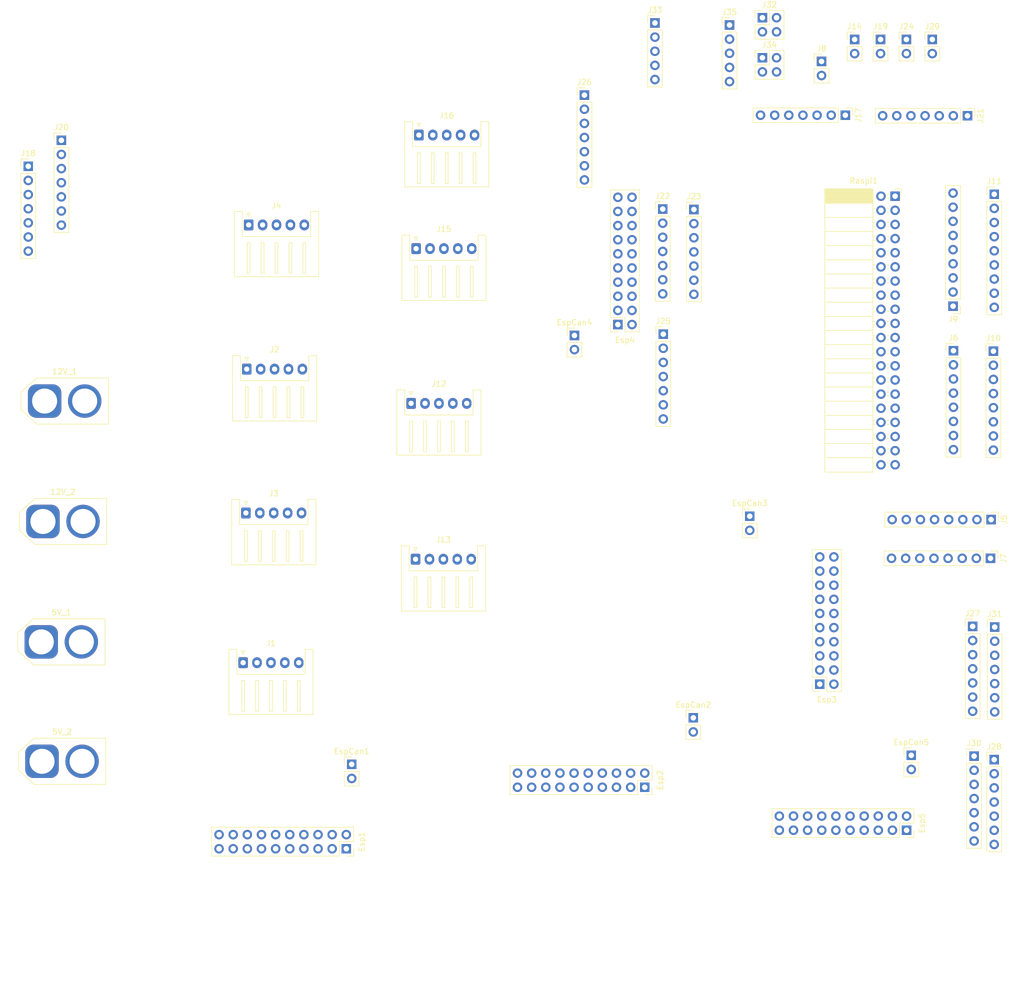
<source format=kicad_pcb>
(kicad_pcb (version 20240108) (generator "pcbnew") (generator_version "8.0")
  (layers (0 "F.Cu" signal) (31 "B.Cu" signal) (34 "B.Paste" user) (35 "F.Paste" user) (36 "B.SilkS" user "B.Silkscreen") (37 "F.SilkS" user "F.Silkscreen") (38 "B.Mask" user) (39 "F.Mask" user) (44 "Edge.Cuts" user))
  (net 0 "")
  (net 1 "rx")
  (net 2 "Net-(Esp1-Pin_13)")
  (net 3 "Net-(Esp1-Pin_1)")
  (net 4 "Net-(Esp1-Pin_5)")
  (net 5 "Net-(Esp1-Pin_4)")
  (net 6 "Net-(Esp1-Pin_16)")
  (net 7 "Net-(Esp1-Pin_18)")
  (net 8 "Net-(Esp1-Pin_9)")
  (net 9 "Net-(Esp1-Pin_8)")
  (net 10 "Net-(Esp1-Pin_14)")
  (net 12 "Net-(Esp1-Pin_6)")
  (net 14 "tx")
  (net 15 "Net-(Esp1-Pin_12)")
  (net 16 "Net-(Esp1-Pin_11)")
  (net 17 "Net-(Esp1-Pin_3)")
  (net 18 "Net-(Esp1-Pin_2)")
  (net 19 "Net-(Esp1-Pin_10)")
  (net 20 "Net-(Esp1-Pin_7)")
  (net 21 "Net-(Esp2-Pin_1)")
  (net 23 "Net-(Esp2-Pin_4)")
  (net 24 "Net-(Esp2-Pin_18)")
  (net 25 "Net-(Esp2-Pin_7)")
  (net 26 "Net-(Esp2-Pin_6)")
  (net 27 "Net-(Esp2-Pin_12)")
  (net 28 "Net-(Esp2-Pin_13)")
  (net 29 "Net-(Esp2-Pin_5)")
  (net 30 "Net-(Esp2-Pin_3)")
  (net 31 "Net-(Esp2-Pin_14)")
  (net 32 "Net-(Esp2-Pin_8)")
  (net 33 "Net-(Esp2-Pin_11)")
  (net 34 "Net-(Esp2-Pin_9)")
  (net 35 "Net-(Esp2-Pin_16)")
  (net 36 "Net-(Esp2-Pin_2)")
  (net 37 "Net-(Esp2-Pin_10)")
  (net 39 "Net-(Esp3-Pin_5)")
  (net 40 "Net-(Esp3-Pin_8)")
  (net 41 "Net-(Esp3-Pin_10)")
  (net 42 "Net-(Esp3-Pin_4)")
  (net 44 "Net-(Esp3-Pin_13)")
  (net 45 "Net-(Esp3-Pin_3)")
  (net 46 "Net-(Esp3-Pin_14)")
  (net 47 "Net-(Esp3-Pin_16)")
  (net 48 "Net-(Esp3-Pin_18)")
  (net 49 "Net-(Esp3-Pin_1)")
  (net 51 "Net-(Esp3-Pin_12)")
  (net 52 "Net-(Esp3-Pin_9)")
  (net 53 "Net-(Esp3-Pin_7)")
  (net 54 "Net-(Esp3-Pin_6)")
  (net 55 "Net-(Esp3-Pin_11)")
  (net 56 "Net-(Esp3-Pin_2)")
  (net 57 "Net-(Esp4-Pin_6)")
  (net 58 "Net-(Esp4-Pin_4)")
  (net 59 "Net-(Esp4-Pin_1)")
  (net 60 "Net-(Esp4-Pin_16)")
  (net 61 "Net-(Esp4-Pin_13)")
  (net 64 "Net-(Esp4-Pin_12)")
  (net 65 "Net-(Esp4-Pin_18)")
  (net 66 "Net-(Esp4-Pin_7)")
  (net 67 "Net-(Esp4-Pin_14)")
  (net 68 "Net-(Esp4-Pin_9)")
  (net 69 "Net-(Esp4-Pin_2)")
  (net 70 "Net-(Esp4-Pin_3)")
  (net 71 "Net-(Esp4-Pin_11)")
  (net 72 "Net-(Esp4-Pin_10)")
  (net 73 "Net-(Esp4-Pin_5)")
  (net 74 "Net-(Esp4-Pin_8)")
  (net 75 "Net-(Esp5-Pin_18)")
  (net 76 "Net-(Esp5-Pin_14)")
  (net 77 "Net-(Esp5-Pin_3)")
  (net 78 "Net-(Esp5-Pin_6)")
  (net 79 "Net-(Esp5-Pin_4)")
  (net 81 "Net-(Esp5-Pin_11)")
  (net 82 "Net-(Esp5-Pin_8)")
  (net 83 "Net-(Esp5-Pin_9)")
  (net 84 "Net-(Esp5-Pin_2)")
  (net 86 "Net-(Esp5-Pin_12)")
  (net 87 "Net-(Esp5-Pin_5)")
  (net 88 "Net-(Esp5-Pin_16)")
  (net 89 "Net-(Esp5-Pin_13)")
  (net 90 "Net-(Esp5-Pin_10)")
  (net 91 "Net-(Esp5-Pin_7)")
  (net 92 "Net-(Esp5-Pin_1)")
  (net 93 "Net-(EspCan1-Pin_2)")
  (net 94 "Net-(EspCan1-Pin_1)")
  (net 99 "GPIO_1")
  (net 100 "GPIO_2")
  (net 101 "GPIO_0")
  (net 103 "GND")
  (net 104 "GPIO_24")
  (net 105 "GPIO_3")
  (net 107 "GPIO_11")
  (net 110 "GPIO_7")
  (net 111 "GPIO_8")
  (net 112 "GPIO_9")
  (net 113 "GPIO_10")
  (net 114 "GPIO_12")
  (net 116 "GPIO_26")
  (net 117 "GPIO_15")
  (net 118 "GPIO_13")
  (net 119 "GPIO_14")
  (net 121 "GPIO_22")
  (net 122 "GPIO_25")
  (net 124 "GPIO_27")
  (net 126 "GPIO_23")
  (net 128 "GPIO_5")
  (net 130 "GPIO_4")
  (net 131 "GPIO_6")
  (net 134 "GPIO_16")
  (net 135 "GPIO_20")
  (net 136 "GPIO_18")
  (net 137 "GPIO_17")
  (net 138 "GPIO_21")
  (net 140 "GPIO_19")
  (net 181 "Net-(J32-Pin_4)")
  (net 182 "Net-(J32-Pin_2)")
  (net 185 "Net-(J34-Pin_2)")
  (net 186 "Net-(J34-Pin_4)")
  (net 189 "VCC")
  (footprint "Connector_PinHeader_2.54mm:PinHeader_1x02_P2.54mm_Vertical" (layer "F.Cu") (at 227.5 145.21)
    (property "Reference" "EspCan5" (at 0 -2.33 0) (layer "F.SilkS"))
    (property "Value" "Conn_01x02_Pin")
    (pad "1" thru_hole rect (at 0 0) (size 1.7 1.7) (drill 1) (layers "*.Cu" "*.Mask") (net 94 "Net-(EspCan1-Pin_1)"))
    (pad "2" thru_hole oval (at 0 2.54) (size 1.7 1.7) (drill 1) (layers "*.Cu" "*.Mask") (net 93 "Net-(EspCan1-Pin_2)"))
  )
  (footprint "Connector_JST:JST_XH_S5B-XH-A_1x05_P2.50mm_Horizontal" (layer "F.Cu") (at 107.96 101.67)
    (property "Reference" "J3" (at 5 -3.5 0) (layer "F.SilkS"))
    (property "Value" "esp1_jst3")
    (pad "1" thru_hole roundrect (at 0 0) (size 1.7 1.95) (drill 0.95) (layers "*.Cu" "*.Mask") (roundrect_rratio 0.147059))
    (pad "2" thru_hole oval (at 2.5 0) (size 1.7 1.95) (drill 0.95) (layers "*.Cu" "*.Mask") (net 20 "Net-(Esp1-Pin_7)"))
    (pad "3" thru_hole oval (at 5 0) (size 1.7 1.95) (drill 0.95) (layers "*.Cu" "*.Mask") (net 8 "Net-(Esp1-Pin_9)"))
    (pad "4" thru_hole oval (at 7.5 0) (size 1.7 1.95) (drill 0.95) (layers "*.Cu" "*.Mask") (net 16 "Net-(Esp1-Pin_11)"))
    (pad "5" thru_hole oval (at 10 0) (size 1.7 1.95) (drill 0.95) (layers "*.Cu" "*.Mask") (net 2 "Net-(Esp1-Pin_13)"))
  )
  (footprint "Connector_PinHeader_2.54mm:PinHeader_1x07_P2.54mm_Vertical" (layer "F.Cu") (at 68.86 39.39)
    (property "Reference" "J18" (at 0 -2.33 0) (layer "F.SilkS"))
    (property "Value" "esp3_pinout4")
    (pad "1" thru_hole rect (at 0 0) (size 1.7 1.7) (drill 1) (layers "*.Cu" "*.Mask"))
    (pad "2" thru_hole oval (at 0 2.54) (size 1.7 1.7) (drill 1) (layers "*.Cu" "*.Mask"))
    (pad "3" thru_hole oval (at 0 5.08) (size 1.7 1.7) (drill 1) (layers "*.Cu" "*.Mask") (net 51 "Net-(Esp3-Pin_12)"))
    (pad "4" thru_hole oval (at 0 7.62) (size 1.7 1.7) (drill 1) (layers "*.Cu" "*.Mask") (net 46 "Net-(Esp3-Pin_14)"))
    (pad "5" thru_hole oval (at 0 10.16) (size 1.7 1.7) (drill 1) (layers "*.Cu" "*.Mask") (net 47 "Net-(Esp3-Pin_16)"))
    (pad "6" thru_hole oval (at 0 12.7) (size 1.7 1.7) (drill 1) (layers "*.Cu" "*.Mask") (net 48 "Net-(Esp3-Pin_18)"))
    (pad "7" thru_hole oval (at 0 15.24) (size 1.7 1.7) (drill 1) (layers "*.Cu" "*.Mask"))
  )
  (footprint "Connector_PinHeader_2.54mm:PinHeader_1x05_P2.54mm_Vertical" (layer "F.Cu") (at 194.85 14.005)
    (property "Reference" "J35" (at 0 -2.33 0) (layer "F.SilkS"))
    (property "Value" "I2C_Out2")
    (pad "1" thru_hole rect (at 0 0) (size 1.7 1.7) (drill 1) (layers "*.Cu" "*.Mask"))
    (pad "2" thru_hole oval (at 0 2.54) (size 1.7 1.7) (drill 1) (layers "*.Cu" "*.Mask") (net 103 "GND"))
    (pad "3" thru_hole oval (at 0 5.08) (size 1.7 1.7) (drill 1) (layers "*.Cu" "*.Mask") (net 185 "Net-(J34-Pin_2)"))
    (pad "4" thru_hole oval (at 0 7.62) (size 1.7 1.7) (drill 1) (layers "*.Cu" "*.Mask") (net 186 "Net-(J34-Pin_4)"))
    (pad "5" thru_hole oval (at 0 10.16) (size 1.7 1.7) (drill 1) (layers "*.Cu" "*.Mask"))
  )
  (footprint "Connector_PinHeader_2.54mm:PinHeader_1x07_P2.54mm_Vertical" (layer "F.Cu") (at 74.81 34.72)
    (property "Reference" "J20" (at 0 -2.33 0) (layer "F.SilkS"))
    (property "Value" "esp3_pinout3")
    (pad "1" thru_hole rect (at 0 0) (size 1.7 1.7) (drill 1) (layers "*.Cu" "*.Mask"))
    (pad "2" thru_hole oval (at 0 2.54) (size 1.7 1.7) (drill 1) (layers "*.Cu" "*.Mask"))
    (pad "3" thru_hole oval (at 0 5.08) (size 1.7 1.7) (drill 1) (layers "*.Cu" "*.Mask") (net 53 "Net-(Esp3-Pin_7)"))
    (pad "4" thru_hole oval (at 0 7.62) (size 1.7 1.7) (drill 1) (layers "*.Cu" "*.Mask") (net 52 "Net-(Esp3-Pin_9)"))
    (pad "5" thru_hole oval (at 0 10.16) (size 1.7 1.7) (drill 1) (layers "*.Cu" "*.Mask") (net 55 "Net-(Esp3-Pin_11)"))
    (pad "6" thru_hole oval (at 0 12.7) (size 1.7 1.7) (drill 1) (layers "*.Cu" "*.Mask") (net 44 "Net-(Esp3-Pin_13)"))
    (pad "7" thru_hole oval (at 0 15.24) (size 1.7 1.7) (drill 1) (layers "*.Cu" "*.Mask"))
  )
  (footprint "Connector_JST:JST_XH_S5B-XH-A_1x05_P2.50mm_Horizontal" (layer "F.Cu") (at 139.04 33.78)
    (property "Reference" "J16" (at 5 -3.5 0) (layer "F.SilkS"))
    (property "Value" "esp2_jst4")
    (pad "1" thru_hole roundrect (at 0 0) (size 1.7 1.95) (drill 0.95) (layers "*.Cu" "*.Mask") (roundrect_rratio 0.147059))
    (pad "2" thru_hole oval (at 2.5 0) (size 1.7 1.95) (drill 0.95) (layers "*.Cu" "*.Mask") (net 27 "Net-(Esp2-Pin_12)"))
    (pad "3" thru_hole oval (at 5 0) (size 1.7 1.95) (drill 0.95) (layers "*.Cu" "*.Mask") (net 31 "Net-(Esp2-Pin_14)"))
    (pad "4" thru_hole oval (at 7.5 0) (size 1.7 1.95) (drill 0.95) (layers "*.Cu" "*.Mask") (net 35 "Net-(Esp2-Pin_16)"))
    (pad "5" thru_hole oval (at 10 0) (size 1.7 1.95) (drill 0.95) (layers "*.Cu" "*.Mask") (net 24 "Net-(Esp2-Pin_18)"))
  )
  (footprint "Connector_PinHeader_2.54mm:PinHeader_1x08_P2.54mm_Vertical" (layer "F.Cu") (at 241.845 102.86 -90)
    (property "Reference" "J5" (at 0 -2.33 90) (layer "F.SilkS"))
    (property "Value" "Raspi_pinout1")
    (pad "1" thru_hole rect (at 0 0 270) (size 1.7 1.7) (drill 1) (layers "*.Cu" "*.Mask") (net 104 "GPIO_24"))
    (pad "2" thru_hole oval (at 0 2.54 270) (size 1.7 1.7) (drill 1) (layers "*.Cu" "*.Mask") (net 101 "GPIO_0"))
    (pad "3" thru_hole oval (at 0 5.08 270) (size 1.7 1.7) (drill 1) (layers "*.Cu" "*.Mask") (net 99 "GPIO_1"))
    (pad "4" thru_hole oval (at 0 7.62 270) (size 1.7 1.7) (drill 1) (layers "*.Cu" "*.Mask") (net 100 "GPIO_2"))
    (pad "5" thru_hole oval (at 0 10.16 270) (size 1.7 1.7) (drill 1) (layers "*.Cu" "*.Mask") (net 105 "GPIO_3"))
    (pad "6" thru_hole oval (at 0 12.7 270) (size 1.7 1.7) (drill 1) (layers "*.Cu" "*.Mask") (net 103 "GND"))
    (pad "7" thru_hole oval (at 0 15.24 270) (size 1.7 1.7) (drill 1) (layers "*.Cu" "*.Mask"))
    (pad "8" thru_hole oval (at 0 17.78 270) (size 1.7 1.7) (drill 1) (layers "*.Cu" "*.Mask"))
  )
  (footprint "Connector_JST:JST_XH_S5B-XH-A_1x05_P2.50mm_Horizontal" (layer "F.Cu") (at 137.64 81.98)
    (property "Reference" "J12" (at 5 -3.5 0) (layer "F.SilkS"))
    (property "Value" "esp2_jst2")
    (pad "1" thru_hole roundrect (at 0 0) (size 1.7 1.95) (drill 0.95) (layers "*.Cu" "*.Mask") (roundrect_rratio 0.147059))
    (pad "2" thru_hole oval (at 2.5 0) (size 1.7 1.95) (drill 0.95) (layers "*.Cu" "*.Mask") (net 29 "Net-(Esp2-Pin_5)"))
    (pad "3" thru_hole oval (at 5 0) (size 1.7 1.95) (drill 0.95) (layers "*.Cu" "*.Mask") (net 30 "Net-(Esp2-Pin_3)"))
    (pad "4" thru_hole oval (at 7.5 0) (size 1.7 1.95) (drill 0.95) (layers "*.Cu" "*.Mask") (net 21 "Net-(Esp2-Pin_1)"))
    (pad "5" thru_hole oval (at 10 0) (size 1.7 1.95) (drill 0.95) (layers "*.Cu" "*.Mask") (net 36 "Net-(Esp2-Pin_2)"))
  )
  (footprint "Connector_PinHeader_2.54mm:PinHeader_1x08_P2.54mm_Vertical" (layer "F.Cu") (at 242.26 72.6)
    (property "Reference" "J10" (at 0 -2.33 0) (layer "F.SilkS"))
    (property "Value" "Raspi_pinout4")
    (pad "1" thru_hole rect (at 0 0) (size 1.7 1.7) (drill 1) (layers "*.Cu" "*.Mask") (net 130 "GPIO_4"))
    (pad "2" thru_hole oval (at 0 2.54) (size 1.7 1.7) (drill 1) (layers "*.Cu" "*.Mask") (net 128 "GPIO_5"))
    (pad "3" thru_hole oval (at 0 5.08) (size 1.7 1.7) (drill 1) (layers "*.Cu" "*.Mask") (net 131 "GPIO_6"))
    (pad "4" thru_hole oval (at 0 7.62) (size 1.7 1.7) (drill 1) (layers "*.Cu" "*.Mask") (net 110 "GPIO_7"))
    (pad "5" thru_hole oval (at 0 10.16) (size 1.7 1.7) (drill 1) (layers "*.Cu" "*.Mask") (net 122 "GPIO_25"))
    (pad "6" thru_hole oval (at 0 12.7) (size 1.7 1.7) (drill 1) (layers "*.Cu" "*.Mask"))
    (pad "7" thru_hole oval (at 0 15.24) (size 1.7 1.7) (drill 1) (layers "*.Cu" "*.Mask"))
    (pad "8" thru_hole oval (at 0 17.78) (size 1.7 1.7) (drill 1) (layers "*.Cu" "*.Mask"))
  )
  (footprint "Connector_AMASS:AMASS_XT60-M_1x02_P7.20mm_Vertical" (layer "F.Cu") (at 71.2 124.833333)
    (property "Reference" "5V_1" (at 3.6 -5.3 180) (layer "F.SilkS"))
    (property "Value" "XT60-M")
    (pad "1" thru_hole roundrect (at 0 0) (size 6 6) (drill 4.5) (layers "*.Cu" "*.Mask"))
    (pad "2" thru_hole circle (at 7.2 0) (size 6 6) (drill 4.5) (layers "*.Cu" "*.Mask"))
  )
  (footprint "Connector_PinHeader_2.54mm:PinHeader_1x08_P2.54mm_Vertical" (layer "F.Cu") (at 235.08 72.52)
    (property "Reference" "J6" (at 0 -2.33 0) (layer "F.SilkS"))
    (property "Value" "Raspi_pinout2")
    (pad "1" thru_hole rect (at 0 0) (size 1.7 1.7) (drill 1) (layers "*.Cu" "*.Mask") (net 110 "GPIO_7"))
    (pad "2" thru_hole oval (at 0 2.54) (size 1.7 1.7) (drill 1) (layers "*.Cu" "*.Mask") (net 111 "GPIO_8"))
    (pad "3" thru_hole oval (at 0 5.08) (size 1.7 1.7) (drill 1) (layers "*.Cu" "*.Mask") (net 112 "GPIO_9"))
    (pad "4" thru_hole oval (at 0 7.62) (size 1.7 1.7) (drill 1) (layers "*.Cu" "*.Mask") (net 113 "GPIO_10"))
    (pad "5" thru_hole oval (at 0 10.16) (size 1.7 1.7) (drill 1) (layers "*.Cu" "*.Mask") (net 107 "GPIO_11"))
    (pad "6" thru_hole oval (at 0 12.7) (size 1.7 1.7) (drill 1) (layers "*.Cu" "*.Mask") (net 103 "GND"))
    (pad "7" thru_hole oval (at 0 15.24) (size 1.7 1.7) (drill 1) (layers "*.Cu" "*.Mask"))
    (pad "8" thru_hole oval (at 0 17.78) (size 1.7 1.7) (drill 1) (layers "*.Cu" "*.Mask"))
  )
  (footprint "Connector_JST:JST_XH_S5B-XH-A_1x05_P2.50mm_Horizontal" (layer "F.Cu") (at 107.46 128.57)
    (property "Reference" "J1" (at 5 -3.5 0) (layer "F.SilkS"))
    (property "Value" "esp1_jst1")
    (pad "1" thru_hole roundrect (at 0 0) (size 1.7 1.95) (drill 0.95) (layers "*.Cu" "*.Mask") (roundrect_rratio 0.147059))
    (pad "2" thru_hole oval (at 2.5 0) (size 1.7 1.95) (drill 0.95) (layers "*.Cu" "*.Mask") (net 5 "Net-(Esp1-Pin_4)"))
    (pad "3" thru_hole oval (at 5 0) (size 1.7 1.95) (drill 0.95) (layers "*.Cu" "*.Mask") (net 12 "Net-(Esp1-Pin_6)"))
    (pad "4" thru_hole oval (at 7.5 0) (size 1.7 1.95) (drill 0.95) (layers "*.Cu" "*.Mask") (net 9 "Net-(Esp1-Pin_8)"))
    (pad "5" thru_hole oval (at 10 0) (size 1.7 1.95) (drill 0.95) (layers "*.Cu" "*.Mask") (net 19 "Net-(Esp1-Pin_10)"))
  )
  (footprint "Connector_PinHeader_2.54mm:PinHeader_1x07_P2.54mm_Vertical" (layer "F.Cu") (at 238.53 122.05)
    (property "Reference" "J27" (at 0 -2.33 0) (layer "F.SilkS"))
    (property "Value" "esp5_pinout3")
    (pad "1" thru_hole rect (at 0 0) (size 1.7 1.7) (drill 1) (layers "*.Cu" "*.Mask"))
    (pad "2" thru_hole oval (at 0 2.54) (size 1.7 1.7) (drill 1) (layers "*.Cu" "*.Mask"))
    (pad "3" thru_hole oval (at 0 5.08) (size 1.7 1.7) (drill 1) (layers "*.Cu" "*.Mask") (net 91 "Net-(Esp5-Pin_7)"))
    (pad "4" thru_hole oval (at 0 7.62) (size 1.7 1.7) (drill 1) (layers "*.Cu" "*.Mask") (net 83 "Net-(Esp5-Pin_9)"))
    (pad "5" thru_hole oval (at 0 10.16) (size 1.7 1.7) (drill 1) (layers "*.Cu" "*.Mask") (net 81 "Net-(Esp5-Pin_11)"))
    (pad "6" thru_hole oval (at 0 12.7) (size 1.7 1.7) (drill 1) (layers "*.Cu" "*.Mask") (net 89 "Net-(Esp5-Pin_13)"))
    (pad "7" thru_hole oval (at 0 15.24) (size 1.7 1.7) (drill 1) (layers "*.Cu" "*.Mask"))
  )
  (footprint "Connector_PinHeader_2.54mm:PinHeader_1x07_P2.54mm_Vertical" (layer "F.Cu") (at 238.79 145.36)
    (property "Reference" "J30" (at 0 -2.33 0) (layer "F.SilkS"))
    (property "Value" "esp5_pinout1")
    (pad "1" thru_hole rect (at 0 0) (size 1.7 1.7) (drill 1) (layers "*.Cu" "*.Mask"))
    (pad "2" thru_hole oval (at 0 2.54) (size 1.7 1.7) (drill 1) (layers "*.Cu" "*.Mask"))
    (pad "3" thru_hole oval (at 0 5.08) (size 1.7 1.7) (drill 1) (layers "*.Cu" "*.Mask") (net 79 "Net-(Esp5-Pin_4)"))
    (pad "4" thru_hole oval (at 0 7.62) (size 1.7 1.7) (drill 1) (layers "*.Cu" "*.Mask") (net 78 "Net-(Esp5-Pin_6)"))
    (pad "5" thru_hole oval (at 0 10.16) (size 1.7 1.7) (drill 1) (layers "*.Cu" "*.Mask") (net 82 "Net-(Esp5-Pin_8)"))
    (pad "6" thru_hole oval (at 0 12.7) (size 1.7 1.7) (drill 1) (layers "*.Cu" "*.Mask") (net 90 "Net-(Esp5-Pin_10)"))
    (pad "7" thru_hole oval (at 0 15.24) (size 1.7 1.7) (drill 1) (layers "*.Cu" "*.Mask"))
  )
  (footprint "Connector_AMASS:AMASS_XT60-M_1x02_P7.20mm_Vertical" (layer "F.Cu") (at 71.5 103.2)
    (property "Reference" "12V_2" (at 3.6 -5.3 180) (layer "F.SilkS"))
    (property "Value" "XT60-M")
    (pad "1" thru_hole roundrect (at 0 0) (size 6 6) (drill 4.5) (layers "*.Cu" "*.Mask"))
    (pad "2" thru_hole circle (at 7.2 0) (size 6 6) (drill 4.5) (layers "*.Cu" "*.Mask"))
  )
  (footprint "Connector_AMASS:AMASS_XT60-M_1x02_P7.20mm_Vertical" (layer "F.Cu") (at 71.33 146.29)
    (property "Reference" "5V_2" (at 3.6 -5.3 180) (layer "F.SilkS"))
    (property "Value" "XT60-M")
    (pad "1" thru_hole roundrect (at 0 0) (size 6 6) (drill 4.5) (layers "*.Cu" "*.Mask"))
    (pad "2" thru_hole circle (at 7.2 0) (size 6 6) (drill 4.5) (layers "*.Cu" "*.Mask"))
  )
  (footprint "Connector_JST:JST_XH_S5B-XH-A_1x05_P2.50mm_Horizontal" (layer "F.Cu") (at 108.11 75.83)
    (property "Reference" "J2" (at 5 -3.5 0) (layer "F.SilkS"))
    (property "Value" "esp1_jst2")
    (pad "1" thru_hole roundrect (at 0 0) (size 1.7 1.95) (drill 0.95) (layers "*.Cu" "*.Mask") (roundrect_rratio 0.147059))
    (pad "2" thru_hole oval (at 2.5 0) (size 1.7 1.95) (drill 0.95) (layers "*.Cu" "*.Mask") (net 4 "Net-(Esp1-Pin_5)"))
    (pad "3" thru_hole oval (at 5 0) (size 1.7 1.95) (drill 0.95) (layers "*.Cu" "*.Mask") (net 17 "Net-(Esp1-Pin_3)"))
    (pad "4" thru_hole oval (at 7.5 0) (size 1.7 1.95) (drill 0.95) (layers "*.Cu" "*.Mask") (net 3 "Net-(Esp1-Pin_1)"))
    (pad "5" thru_hole oval (at 10 0) (size 1.7 1.95) (drill 0.95) (layers "*.Cu" "*.Mask") (net 18 "Net-(Esp1-Pin_2)"))
  )
  (footprint "Connector_AMASS:AMASS_XT60-M_1x02_P7.20mm_Vertical" (layer "F.Cu") (at 71.8 81.566667)
    (property "Reference" "12V_1" (at 3.6 -5.3 180) (layer "F.SilkS"))
    (property "Value" "XT60-M")
    (pad "1" thru_hole roundrect (at 0 0) (size 6 6) (drill 4.5) (layers "*.Cu" "*.Mask"))
    (pad "2" thru_hole circle (at 7.2 0) (size 6 6) (drill 4.5) (layers "*.Cu" "*.Mask"))
  )
  (footprint "Connector_PinHeader_2.54mm:PinHeader_1x07_P2.54mm_Vertical" (layer "F.Cu") (at 215.66 30.21 -90)
    (property "Reference" "J17" (at 0 -2.33 90) (layer "F.SilkS"))
    (property "Value" "esp3_pinout1")
    (pad "1" thru_hole rect (at 0 0 270) (size 1.7 1.7) (drill 1) (layers "*.Cu" "*.Mask"))
    (pad "2" thru_hole oval (at 0 2.54 270) (size 1.7 1.7) (drill 1) (layers "*.Cu" "*.Mask"))
    (pad "3" thru_hole oval (at 0 5.08 270) (size 1.7 1.7) (drill 1) (layers "*.Cu" "*.Mask") (net 42 "Net-(Esp3-Pin_4)"))
    (pad "4" thru_hole oval (at 0 7.62 270) (size 1.7 1.7) (drill 1) (layers "*.Cu" "*.Mask") (net 54 "Net-(Esp3-Pin_6)"))
    (pad "5" thru_hole oval (at 0 10.16 270) (size 1.7 1.7) (drill 1) (layers "*.Cu" "*.Mask") (net 40 "Net-(Esp3-Pin_8)"))
    (pad "6" thru_hole oval (at 0 12.7 270) (size 1.7 1.7) (drill 1) (layers "*.Cu" "*.Mask") (net 41 "Net-(Esp3-Pin_10)"))
    (pad "7" thru_hole oval (at 0 15.24 270) (size 1.7 1.7) (drill 1) (layers "*.Cu" "*.Mask"))
  )
  (footprint "Connector_PinSocket_2.54mm:PinSocket_2x10_P2.54mm_Vertical" (layer "F.Cu") (at 179.62 150.95 -90)
    (property "Reference" "Esp2" (at -1.27 -2.77 90) (layer "F.SilkS"))
    (property "Value" "Arm_bkp1")
    (pad "1" thru_hole rect (at 0 0 270) (size 1.7 1.7) (drill 1) (layers "*.Cu" "*.Mask") (net 21 "Net-(Esp2-Pin_1)"))
    (pad "2" thru_hole oval (at -2.54 0 270) (size 1.7 1.7) (drill 1) (layers "*.Cu" "*.Mask") (net 36 "Net-(Esp2-Pin_2)"))
    (pad "3" thru_hole oval (at 0 2.54 270) (size 1.7 1.7) (drill 1) (layers "*.Cu" "*.Mask") (net 30 "Net-(Esp2-Pin_3)"))
    (pad "4" thru_hole oval (at -2.54 2.54 270) (size 1.7 1.7) (drill 1) (layers "*.Cu" "*.Mask") (net 23 "Net-(Esp2-Pin_4)"))
    (pad "5" thru_hole oval (at 0 5.08 270) (size 1.7 1.7) (drill 1) (layers "*.Cu" "*.Mask") (net 29 "Net-(Esp2-Pin_5)"))
    (pad "6" thru_hole oval (at -2.54 5.08 270) (size 1.7 1.7) (drill 1) (layers "*.Cu" "*.Mask") (net 26 "Net-(Esp2-Pin_6)"))
    (pad "7" thru_hole oval (at 0 7.62 270) (size 1.7 1.7) (drill 1) (layers "*.Cu" "*.Mask") (net 25 "Net-(Esp2-Pin_7)"))
    (pad "8" thru_hole oval (at -2.54 7.62 270) (size 1.7 1.7) (drill 1) (layers "*.Cu" "*.Mask") (net 32 "Net-(Esp2-Pin_8)"))
    (pad "9" thru_hole oval (at 0 10.16 270) (size 1.7 1.7) (drill 1) (layers "*.Cu" "*.Mask") (net 34 "Net-(Esp2-Pin_9)"))
    (pad "10" thru_hole oval (at -2.54 10.16 270) (size 1.7 1.7) (drill 1) (layers "*.Cu" "*.Mask") (net 37 "Net-(Esp2-Pin_10)"))
    (pad "11" thru_hole oval (at 0 12.7 270) (size 1.7 1.7) (drill 1) (layers "*.Cu" "*.Mask") (net 33 "Net-(Esp2-Pin_11)"))
    (pad "12" thru_hole oval (at -2.54 12.7 270) (size 1.7 1.7) (drill 1) (layers "*.Cu" "*.Mask") (net 27 "Net-(Esp2-Pin_12)"))
    (pad "13" thru_hole oval (at 0 15.24 270) (size 1.7 1.7) (drill 1) (layers "*.Cu" "*.Mask") (net 28 "Net-(Esp2-Pin_13)"))
    (pad "14" thru_hole oval (at -2.54 15.24 270) (size 1.7 1.7) (drill 1) (layers "*.Cu" "*.Mask") (net 31 "Net-(Esp2-Pin_14)"))
    (pad "15" thru_hole oval (at 0 17.78 270) (size 1.7 1.7) (drill 1) (layers "*.Cu" "*.Mask") (net 1 "rx"))
    (pad "16" thru_hole oval (at -2.54 17.78 270) (size 1.7 1.7) (drill 1) (layers "*.Cu" "*.Mask") (net 35 "Net-(Esp2-Pin_16)"))
    (pad "17" thru_hole oval (at 0 20.32 270) (size 1.7 1.7) (drill 1) (layers "*.Cu" "*.Mask") (net 14 "tx"))
    (pad "18" thru_hole oval (at -2.54 20.32 270) (size 1.7 1.7) (drill 1) (layers "*.Cu" "*.Mask") (net 24 "Net-(Esp2-Pin_18)"))
    (pad "19" thru_hole oval (at 0 22.86 270) (size 1.7 1.7) (drill 1) (layers "*.Cu" "*.Mask"))
    (pad "20" thru_hole oval (at -2.54 22.86 270) (size 1.7 1.7) (drill 1) (layers "*.Cu" "*.Mask"))
  )
  (footprint "Connector_PinHeader_2.54mm:PinHeader_1x05_P2.54mm_Vertical" (layer "F.Cu") (at 181.45 13.64)
    (property "Reference" "J33" (at 0 -2.33 0) (layer "F.SilkS"))
    (property "Value" "I2C_Out1")
    (pad "1" thru_hole rect (at 0 0) (size 1.7 1.7) (drill 1) (layers "*.Cu" "*.Mask"))
    (pad "2" thru_hole oval (at 0 2.54) (size 1.7 1.7) (drill 1) (layers "*.Cu" "*.Mask") (net 103 "GND"))
    (pad "3" thru_hole oval (at 0 5.08) (size 1.7 1.7) (drill 1) (layers "*.Cu" "*.Mask") (net 182 "Net-(J32-Pin_2)"))
    (pad "4" thru_hole oval (at 0 7.62) (size 1.7 1.7) (drill 1) (layers "*.Cu" "*.Mask") (net 181 "Net-(J32-Pin_4)"))
    (pad "5" thru_hole oval (at 0 10.16) (size 1.7 1.7) (drill 1) (layers "*.Cu" "*.Mask"))
  )
  (footprint "Connector_PinHeader_2.54mm:PinHeader_1x02_P2.54mm_Vertical" (layer "F.Cu") (at 221.98 16.6)
    (property "Reference" "J19" (at 0 -2.33 0) (layer "F.SilkS"))
    (property "Value" "Conn_01x02_Pin")
    (pad "1" thru_hole rect (at 0 0) (size 1.7 1.7) (drill 1) (layers "*.Cu" "*.Mask") (net 1 "rx"))
    (pad "2" thru_hole oval (at 0 2.54) (size 1.7 1.7) (drill 1) (layers "*.Cu" "*.Mask") (net 14 "tx"))
  )
  (footprint "Connector_PinHeader_2.54mm:PinHeader_1x08_P2.54mm_Vertical" (layer "F.Cu") (at 241.735 109.82 -90)
    (property "Reference" "J7" (at 0 -2.33 90) (layer "F.SilkS"))
    (property "Value" "Raspi_pinout3")
    (pad "1" thru_hole rect (at 0 0 270) (size 1.7 1.7) (drill 1) (layers "*.Cu" "*.Mask") (net 116 "GPIO_26"))
    (pad "2" thru_hole oval (at 0 2.54 270) (size 1.7 1.7) (drill 1) (layers "*.Cu" "*.Mask") (net 114 "GPIO_12"))
    (pad "3" thru_hole oval (at 0 5.08 270) (size 1.7 1.7) (drill 1) (layers "*.Cu" "*.Mask") (net 118 "GPIO_13"))
    (pad "4" thru_hole oval (at 0 7.62 270) (size 1.7 1.7) (drill 1) (layers "*.Cu" "*.Mask") (net 119 "GPIO_14"))
    (pad "5" thru_hole oval (at 0 10.16 270) (size 1.7 1.7) (drill 1) (layers "*.Cu" "*.Mask") (net 117 "GPIO_15"))
    (pad "6" thru_hole oval (at 0 12.7 270) (size 1.7 1.7) (drill 1) (layers "*.Cu" "*.Mask") (net 103 "GND"))
    (pad "7" thru_hole oval (at 0 15.24 270) (size 1.7 1.7) (drill 1) (layers "*.Cu" "*.Mask"))
    (pad "8" thru_hole oval (at 0 17.78 270) (size 1.7 1.7) (drill 1) (layers "*.Cu" "*.Mask"))
  )
  (footprint "Connector_PinHeader_2.54mm:PinHeader_2x02_P2.54mm_Vertical" (layer "F.Cu") (at 200.76 19.89)
    (property "Reference" "J34" (at 1.27 -2.33 0) (layer "F.SilkS"))
    (property "Value" "I2C_in2")
    (pad "1" thru_hole rect (at 0 0) (size 1.7 1.7) (drill 1) (layers "*.Cu" "*.Mask") (net 1 "rx"))
    (pad "2" thru_hole oval (at 2.54 0) (size 1.7 1.7) (drill 1) (layers "*.Cu" "*.Mask") (net 185 "Net-(J34-Pin_2)"))
    (pad "3" thru_hole oval (at 0 2.54) (size 1.7 1.7) (drill 1) (layers "*.Cu" "*.Mask") (net 14 "tx"))
    (pad "4" thru_hole oval (at 2.54 2.54) (size 1.7 1.7) (drill 1) (layers "*.Cu" "*.Mask") (net 186 "Net-(J34-Pin_4)"))
  )
  (footprint "Connector_PinHeader_2.54mm:PinHeader_1x02_P2.54mm_Vertical" (layer "F.Cu") (at 188.34 138.475)
    (property "Reference" "EspCan2" (at 0 -2.33 0) (layer "F.SilkS"))
    (property "Value" "Conn_01x02_Pin")
    (pad "1" thru_hole rect (at 0 0) (size 1.7 1.7) (drill 1) (layers "*.Cu" "*.Mask") (net 94 "Net-(EspCan1-Pin_1)"))
    (pad "2" thru_hole oval (at 0 2.54) (size 1.7 1.7) (drill 1) (layers "*.Cu" "*.Mask") (net 93 "Net-(EspCan1-Pin_2)"))
  )
  (footprint "Connector_PinHeader_2.54mm:PinHeader_1x02_P2.54mm_Vertical" (layer "F.Cu") (at 198.48 102.255)
    (property "Reference" "EspCan3" (at 0 -2.33 0) (layer "F.SilkS"))
    (property "Value" "Conn_01x02_Pin")
    (pad "1" thru_hole rect (at 0 0) (size 1.7 1.7) (drill 1) (layers "*.Cu" "*.Mask") (net 94 "Net-(EspCan1-Pin_1)"))
    (pad "2" thru_hole oval (at 0 2.54) (size 1.7 1.7) (drill 1) (layers "*.Cu" "*.Mask") (net 93 "Net-(EspCan1-Pin_2)"))
  )
  (footprint "Connector_PinHeader_2.54mm:PinHeader_1x02_P2.54mm_Vertical" (layer "F.Cu") (at 231.28 16.6)
    (property "Reference" "J29" (at 0 -2.33 0) (layer "F.SilkS"))
    (property "Value" "Conn_01x02_Pin")
    (pad "1" thru_hole rect (at 0 0) (size 1.7 1.7) (drill 1) (layers "*.Cu" "*.Mask") (net 1 "rx"))
    (pad "2" thru_hole oval (at 0 2.54) (size 1.7 1.7) (drill 1) (layers "*.Cu" "*.Mask") (net 14 "tx"))
  )
  (footprint "Connector_PinHeader_2.54mm:PinHeader_1x02_P2.54mm_Vertical" (layer "F.Cu") (at 217.33 16.6)
    (property "Reference" "J14" (at 0 -2.33 0) (layer "F.SilkS"))
    (property "Value" "Conn_01x02_Pin")
    (pad "1" thru_hole rect (at 0 0) (size 1.7 1.7) (drill 1) (layers "*.Cu" "*.Mask") (net 1 "rx"))
    (pad "2" thru_hole oval (at 0 2.54) (size 1.7 1.7) (drill 1) (layers "*.Cu" "*.Mask") (net 14 "tx"))
  )
  (footprint "Connector_PinHeader_2.54mm:PinHeader_1x07_P2.54mm_Vertical" (layer "F.Cu") (at 242.49 122.17)
    (property "Reference" "J31" (at 0 -2.33 0) (layer "F.SilkS"))
    (property "Value" "esp5_pinout4")
    (pad "1" thru_hole rect (at 0 0) (size 1.7 1.7) (drill 1) (layers "*.Cu" "*.Mask"))
    (pad "2" thru_hole oval (at 0 2.54) (size 1.7 1.7) (drill 1) (layers "*.Cu" "*.Mask"))
    (pad "3" thru_hole oval (at 0 5.08) (size 1.7 1.7) (drill 1) (layers "*.Cu" "*.Mask") (net 86 "Net-(Esp5-Pin_12)"))
    (pad "4" thru_hole oval (at 0 7.62) (size 1.7 1.7) (drill 1) (layers "*.Cu" "*.Mask") (net 76 "Net-(Esp5-Pin_14)"))
    (pad "5" thru_hole oval (at 0 10.16) (size 1.7 1.7) (drill 1) (layers "*.Cu" "*.Mask") (net 88 "Net-(Esp5-Pin_16)"))
    (pad "6" thru_hole oval (at 0 12.7) (size 1.7 1.7) (drill 1) (layers "*.Cu" "*.Mask") (net 75 "Net-(Esp5-Pin_18)"))
    (pad "7" thru_hole oval (at 0 15.24) (size 1.7 1.7) (drill 1) (layers "*.Cu" "*.Mask"))
  )
  (footprint "Connector_PinHeader_2.54mm:PinHeader_1x09_P2.54mm_Vertical" (layer "F.Cu") (at 242.41 44.41)
    (property "Reference" "J11" (at 0 -2.33 0) (layer "F.SilkS"))
    (property "Value" "Raspi_pinout5")
    (pad "1" thru_hole rect (at 0 0) (size 1.7 1.7) (drill 1) (layers "*.Cu" "*.Mask") (net 134 "GPIO_16"))
    (pad "2" thru_hole oval (at 0 2.54) (size 1.7 1.7) (drill 1) (layers "*.Cu" "*.Mask") (net 137 "GPIO_17"))
    (pad "3" thru_hole oval (at 0 5.08) (size 1.7 1.7) (drill 1) (layers "*.Cu" "*.Mask") (net 136 "GPIO_18"))
    (pad "4" thru_hole oval (at 0 7.62) (size 1.7 1.7) (drill 1) (layers "*.Cu" "*.Mask") (net 140 "GPIO_19"))
    (pad "5" thru_hole oval (at 0 10.16) (size 1.7 1.7) (drill 1) (layers "*.Cu" "*.Mask") (net 135 "GPIO_20"))
    (pad "6" thru_hole oval (at 0 12.7) (size 1.7 1.7) (drill 1) (layers "*.Cu" "*.Mask") (net 138 "GPIO_21"))
    (pad "7" thru_hole oval (at 0 15.24) (size 1.7 1.7) (drill 1) (layers "*.Cu" "*.Mask") (net 103 "GND"))
    (pad "8" thru_hole oval (at 0 17.78) (size 1.7 1.7) (drill 1) (layers "*.Cu" "*.Mask"))
    (pad "9" thru_hole oval (at 0 20.32) (size 1.7 1.7) (drill 1) (layers "*.Cu" "*.Mask"))
  )
  (footprint "Connector_PinHeader_2.54mm:PinHeader_1x02_P2.54mm_Vertical" (layer "F.Cu") (at 226.63 16.6)
    (property "Reference" "J24" (at 0 -2.33 0) (layer "F.SilkS"))
    (property "Value" "Conn_01x02_Pin")
    (pad "1" thru_hole rect (at 0 0) (size 1.7 1.7) (drill 1) (layers "*.Cu" "*.Mask") (net 1 "rx"))
    (pad "2" thru_hole oval (at 0 2.54) (size 1.7 1.7) (drill 1) (layers "*.Cu" "*.Mask") (net 14 "tx"))
  )
  (footprint "Connector_PinHeader_2.54mm:PinHeader_1x07_P2.54mm_Vertical" (layer "F.Cu") (at 188.45 47.15)
    (property "Reference" "J23" (at 0 -2.33 0) (layer "F.SilkS"))
    (property "Value" "esp4_pinout2")
    (pad "1" thru_hole rect (at 0 0) (size 1.7 1.7) (drill 1) (layers "*.Cu" "*.Mask"))
    (pad "2" thru_hole oval (at 0 2.54) (size 1.7 1.7) (drill 1) (layers "*.Cu" "*.Mask"))
    (pad "3" thru_hole oval (at 0 5.08) (size 1.7 1.7) (drill 1) (layers "*.Cu" "*.Mask") (net 73 "Net-(Esp4-Pin_5)"))
    (pad "4" thru_hole oval (at 0 7.62) (size 1.7 1.7) (drill 1) (layers "*.Cu" "*.Mask") (net 70 "Net-(Esp4-Pin_3)"))
    (pad "5" thru_hole oval (at 0 10.16) (size 1.7 1.7) (drill 1) (layers "*.Cu" "*.Mask") (net 59 "Net-(Esp4-Pin_1)"))
    (pad "6" thru_hole oval (at 0 12.7) (size 1.7 1.7) (drill 1) (layers "*.Cu" "*.Mask") (net 69 "Net-(Esp4-Pin_2)"))
    (pad "7" thru_hole oval (at 0 15.24) (size 1.7 1.7) (drill 1) (layers "*.Cu" "*.Mask"))
  )
  (footprint "Connector_PinSocket_2.54mm:PinSocket_2x10_P2.54mm_Vertical" (layer "F.Cu") (at 211.06 132.43 180)
    (property "Reference" "Esp3" (at -1.27 -2.77 0) (layer "F.SilkS"))
    (property "Value" "Fan_and_temperature")
    (pad "1" thru_hole rect (at 0 0 180) (size 1.7 1.7) (drill 1) (layers "*.Cu" "*.Mask") (net 49 "Net-(Esp3-Pin_1)"))
    (pad "2" thru_hole oval (at -2.54 0 180) (size 1.7 1.7) (drill 1) (layers "*.Cu" "*.Mask") (net 56 "Net-(Esp3-Pin_2)"))
    (pad "3" thru_hole oval (at 0 2.54 180) (size 1.7 1.7) (drill 1) (layers "*.Cu" "*.Mask") (net 45 "Net-(Esp3-Pin_3)"))
    (pad "4" thru_hole oval (at -2.54 2.54 180) (size 1.7 1.7) (drill 1) (layers "*.Cu" "*.Mask") (net 42 "Net-(Esp3-Pin_4)"))
    (pad "5" thru_hole oval (at 0 5.08 180) (size 1.7 1.7) (drill 1) (layers "*.Cu" "*.Mask") (net 39 "Net-(Esp3-Pin_5)"))
    (pad "6" thru_hole oval (at -2.54 5.08 180) (size 1.7 1.7) (drill 1) (layers "*.Cu" "*.Mask") (net 54 "Net-(Esp3-Pin_6)"))
    (pad "7" thru_hole oval (at 0 7.62 180) (size 1.7 1.7) (drill 1) (layers "*.Cu" "*.Mask") (net 53 "Net-(Esp3-Pin_7)"))
    (pad "8" thru_hole oval (at -2.54 7.62 180) (size 1.7 1.7) (drill 1) (layers "*.Cu" "*.Mask") (net 40 "Net-(Esp3-Pin_8)"))
    (pad "9" thru_hole oval (at 0 10.16 180) (size 1.7 1.7) (drill 1) (layers "*.Cu" "*.Mask") (net 52 "Net-(Esp3-Pin_9)"))
    (pad "10" thru_hole oval (at -2.54 10.16 180) (size 1.7 1.7) (drill 1) (layers "*.Cu" "*.Mask") (net 41 "Net-(Esp3-Pin_10)"))
    (pad "11" thru_hole oval (at 0 12.7 180) (size 1.7 1.7) (drill 1) (layers "*.Cu" "*.Mask") (net 55 "Net-(Esp3-Pin_11)"))
    (pad "12" thru_hole oval (at -2.54 12.7 180) (size 1.7 1.7) (drill 1) (layers "*.Cu" "*.Mask") (net 51 "Net-(Esp3-Pin_12)"))
    (pad "13" thru_hole oval (at 0 15.24 180) (size 1.7 1.7) (drill 1) (layers "*.Cu" "*.Mask") (net 44 "Net-(Esp3-Pin_13)"))
    (pad "14" thru_hole oval (at -2.54 15.24 180) (size 1.7 1.7) (drill 1) (layers "*.Cu" "*.Mask") (net 46 "Net-(Esp3-Pin_14)"))
    (pad "15" thru_hole oval (at 0 17.78 180) (size 1.7 1.7) (drill 1) (layers "*.Cu" "*.Mask") (net 1 "rx"))
    (pad "16" thru_hole oval (at -2.54 17.78 180) (size 1.7 1.7) (drill 1) (layers "*.Cu" "*.Mask") (net 47 "Net-(Esp3-Pin_16)"))
    (pad "17" thru_hole oval (at 0 20.32 180) (size 1.7 1.7) (drill 1) (layers "*.Cu" "*.Mask") (net 14 "tx"))
    (pad "18" thru_hole oval (at -2.54 20.32 180) (size 1.7 1.7) (drill 1) (layers "*.Cu" "*.Mask") (net 48 "Net-(Esp3-Pin_18)"))
    (pad "19" thru_hole oval (at 0 22.86 180) (size 1.7 1.7) (drill 1) (layers "*.Cu" "*.Mask"))
    (pad "20" thru_hole oval (at -2.54 22.86 180) (size 1.7 1.7) (drill 1) (layers "*.Cu" "*.Mask"))
  )
  (footprint "Connector_JST:JST_XH_S5B-XH-A_1x05_P2.50mm_Horizontal" (layer "F.Cu") (at 138.54 54.18)
    (property "Reference" "J15" (at 5 -3.5 0) (layer "F.SilkS"))
    (property "Value" "esp2_jst1")
    (pad "1" thru_hole roundrect (at 0 0) (size 1.7 1.95) (drill 0.95) (layers "*.Cu" "*.Mask") (roundrect_rratio 0.147059))
    (pad "2" thru_hole oval (at 2.5 0) (size 1.7 1.95) (drill 0.95) (layers "*.Cu" "*.Mask") (net 23 "Net-(Esp2-Pin_4)"))
    (pad "3" thru_hole oval (at 5 0) (size 1.7 1.95) (drill 0.95) (layers "*.Cu" "*.Mask") (net 26 "Net-(Esp2-Pin_6)"))
    (pad "4" thru_hole oval (at 7.5 0) (size 1.7 1.95) (drill 0.95) (layers "*.Cu" "*.Mask") (net 32 "Net-(Esp2-Pin_8)"))
    (pad "5" thru_hole oval (at 10 0) (size 1.7 1.95) (drill 0.95) (layers "*.Cu" "*.Mask") (net 37 "Net-(Esp2-Pin_10)"))
  )
  (footprint "Connector_PinSocket_2.54mm:PinSocket_2x10_P2.54mm_Vertical" (layer "F.Cu") (at 226.66 158.67 -90)
    (property "Reference" "Esp5" (at -1.27 -2.77 90) (layer "F.SilkS"))
    (property "Value" "Extra1")
    (pad "1" thru_hole rect (at 0 0 270) (size 1.7 1.7) (drill 1) (layers "*.Cu" "*.Mask") (net 92 "Net-(Esp5-Pin_1)"))
    (pad "2" thru_hole oval (at -2.54 0 270) (size 1.7 1.7) (drill 1) (layers "*.Cu" "*.Mask") (net 84 "Net-(Esp5-Pin_2)"))
    (pad "3" thru_hole oval (at 0 2.54 270) (size 1.7 1.7) (drill 1) (layers "*.Cu" "*.Mask") (net 77 "Net-(Esp5-Pin_3)"))
    (pad "4" thru_hole oval (at -2.54 2.54 270) (size 1.7 1.7) (drill 1) (layers "*.Cu" "*.Mask") (net 79 "Net-(Esp5-Pin_4)"))
    (pad "5" thru_hole oval (at 0 5.08 270) (size 1.7 1.7) (drill 1) (layers "*.Cu" "*.Mask") (net 87 "Net-(Esp5-Pin_5)"))
    (pad "6" thru_hole oval (at -2.54 5.08 270) (size 1.7 1.7) (drill 1) (layers "*.Cu" "*.Mask") (net 78 "Net-(Esp5-Pin_6)"))
    (pad "7" thru_hole oval (at 0 7.62 270) (size 1.7 1.7) (drill 1) (layers "*.Cu" "*.Mask") (net 91 "Net-(Esp5-Pin_7)"))
    (pad "8" thru_hole oval (at -2.54 7.62 270) (size 1.7 1.7) (drill 1) (layers "*.Cu" "*.Mask") (net 82 "Net-(Esp5-Pin_8)"))
    (pad "9" thru_hole oval (at 0 10.16 270) (size 1.7 1.7) (drill 1) (layers "*.Cu" "*.Mask") (net 83 "Net-(Esp5-Pin_9)"))
    (pad "10" thru_hole oval (at -2.54 10.16 270) (size 1.7 1.7) (drill 1) (layers "*.Cu" "*.Mask") (net 90 "Net-(Esp5-Pin_10)"))
    (pad "11" thru_hole oval (at 0 12.7 270) (size 1.7 1.7) (drill 1) (layers "*.Cu" "*.Mask") (net 81 "Net-(Esp5-Pin_11)"))
    (pad "12" thru_hole oval (at -2.54 12.7 270) (size 1.7 1.7) (drill 1) (layers "*.Cu" "*.Mask") (net 86 "Net-(Esp5-Pin_12)"))
    (pad "13" thru_hole oval (at 0 15.24 270) (size 1.7 1.7) (drill 1) (layers "*.Cu" "*.Mask") (net 89 "Net-(Esp5-Pin_13)"))
    (pad "14" thru_hole oval (at -2.54 15.24 270) (size 1.7 1.7) (drill 1) (layers "*.Cu" "*.Mask") (net 76 "Net-(Esp5-Pin_14)"))
    (pad "15" thru_hole oval (at 0 17.78 270) (size 1.7 1.7) (drill 1) (layers "*.Cu" "*.Mask") (net 1 "rx"))
    (pad "16" thru_hole oval (at -2.54 17.78 270) (size 1.7 1.7) (drill 1) (layers "*.Cu" "*.Mask") (net 88 "Net-(Esp5-Pin_16)"))
    (pad "17" thru_hole oval (at 0 20.32 270) (size 1.7 1.7) (drill 1) (layers "*.Cu" "*.Mask") (net 14 "tx"))
    (pad "18" thru_hole oval (at -2.54 20.32 270) (size 1.7 1.7) (drill 1) (layers "*.Cu" "*.Mask") (net 75 "Net-(Esp5-Pin_18)"))
    (pad "19" thru_hole oval (at 0 22.86 270) (size 1.7 1.7) (drill 1) (layers "*.Cu" "*.Mask"))
    (pad "20" thru_hole oval (at -2.54 22.86 270) (size 1.7 1.7) (drill 1) (layers "*.Cu" "*.Mask"))
  )
  (footprint "Connector_PinHeader_2.54mm:PinHeader_2x02_P2.54mm_Vertical" (layer "F.Cu") (at 200.76 12.69)
    (property "Reference" "J32" (at 1.27 -2.33 0) (layer "F.SilkS"))
    (property "Value" "I2C_in1")
    (pad "1" thru_hole rect (at 0 0) (size 1.7 1.7) (drill 1) (layers "*.Cu" "*.Mask") (net 1 "rx"))
    (pad "2" thru_hole oval (at 2.54 0) (size 1.7 1.7) (drill 1) (layers "*.Cu" "*.Mask") (net 182 "Net-(J32-Pin_2)"))
    (pad "3" thru_hole oval (at 0 2.54) (size 1.7 1.7) (drill 1) (layers "*.Cu" "*.Mask") (net 14 "tx"))
    (pad "4" thru_hole oval (at 2.54 2.54) (size 1.7 1.7) (drill 1) (layers "*.Cu" "*.Mask") (net 181 "Net-(J32-Pin_4)"))
  )
  (footprint "Connector_PinHeader_2.54mm:PinHeader_1x07_P2.54mm_Vertical" (layer "F.Cu") (at 237.6 30.31 -90)
    (property "Reference" "J21" (at 0 -2.33 90) (layer "F.SilkS"))
    (property "Value" "esp3_pinout2")
    (pad "1" thru_hole rect (at 0 0 270) (size 1.7 1.7) (drill 1) (layers "*.Cu" "*.Mask"))
    (pad "2" thru_hole oval (at 0 2.54 270) (size 1.7 1.7) (drill 1) (layers "*.Cu" "*.Mask"))
    (pad "3" thru_hole oval (at 0 5.08 270) (size 1.7 1.7) (drill 1) (layers "*.Cu" "*.Mask") (net 39 "Net-(Esp3-Pin_5)"))
    (pad "4" thru_hole oval (at 0 7.62 270) (size 1.7 1.7) (drill 1) (layers "*.Cu" "*.Mask") (net 45 "Net-(Esp3-Pin_3)"))
    (pad "5" thru_hole oval (at 0 10.16 270) (size 1.7 1.7) (drill 1) (layers "*.Cu" "*.Mask") (net 49 "Net-(Esp3-Pin_1)"))
    (pad "6" thru_hole oval (at 0 12.7 270) (size 1.7 1.7) (drill 1) (layers "*.Cu" "*.Mask") (net 56 "Net-(Esp3-Pin_2)"))
    (pad "7" thru_hole oval (at 0 15.24 270) (size 1.7 1.7) (drill 1) (layers "*.Cu" "*.Mask"))
  )
  (footprint "Connector_PinHeader_2.54mm:PinHeader_1x07_P2.54mm_Vertical" (layer "F.Cu") (at 182.95 69.545)
    (property "Reference" "J25" (at 0 -2.33 0) (layer "F.SilkS"))
    (property "Value" "esp4_pinout1")
    (pad "1" thru_hole rect (at 0 0) (size 1.7 1.7) (drill 1) (layers "*.Cu" "*.Mask"))
    (pad "2" thru_hole oval (at 0 2.54) (size 1.7 1.7) (drill 1) (layers "*.Cu" "*.Mask"))
    (pad "3" thru_hole oval (at 0 5.08) (size 1.7 1.7) (drill 1) (layers "*.Cu" "*.Mask") (net 58 "Net-(Esp4-Pin_4)"))
    (pad "4" thru_hole oval (at 0 7.62) (size 1.7 1.7) (drill 1) (layers "*.Cu" "*.Mask") (net 57 "Net-(Esp4-Pin_6)"))
    (pad "5" thru_hole oval (at 0 10.16) (size 1.7 1.7) (drill 1) (layers "*.Cu" "*.Mask") (net 74 "Net-(Esp4-Pin_8)"))
    (pad "6" thru_hole oval (at 0 12.7) (size 1.7 1.7) (drill 1) (layers "*.Cu" "*.Mask") (net 72 "Net-(Esp4-Pin_10)"))
    (pad "7" thru_hole oval (at 0 15.24) (size 1.7 1.7) (drill 1) (layers "*.Cu" "*.Mask"))
  )
  (footprint "Connector_PinHeader_2.54mm:PinHeader_1x07_P2.54mm_Vertical" (layer "F.Cu") (at 168.78 26.6)
    (property "Reference" "J26" (at 0 -2.33 0) (layer "F.SilkS"))
    (property "Value" "esp4_pinout4")
    (pad "1" thru_hole rect (at 0 0) (size 1.7 1.7) (drill 1) (layers "*.Cu" "*.Mask"))
    (pad "2" thru_hole oval (at 0 2.54) (size 1.7 1.7) (drill 1) (layers "*.Cu" "*.Mask"))
    (pad "3" thru_hole oval (at 0 5.08) (size 1.7 1.7) (drill 1) (layers "*.Cu" "*.Mask") (net 64 "Net-(Esp4-Pin_12)"))
    (pad "4" thru_hole oval (at 0 7.62) (size 1.7 1.7) (drill 1) (layers "*.Cu" "*.Mask") (net 67 "Net-(Esp4-Pin_14)"))
    (pad "5" thru_hole oval (at 0 10.16) (size 1.7 1.7) (drill 1) (layers "*.Cu" "*.Mask") (net 60 "Net-(Esp4-Pin_16)"))
    (pad "6" thru_hole oval (at 0 12.7) (size 1.7 1.7) (drill 1) (layers "*.Cu" "*.Mask") (net 65 "Net-(Esp4-Pin_18)"))
    (pad "7" thru_hole oval (at 0 15.24) (size 1.7 1.7) (drill 1) (layers "*.Cu" "*.Mask"))
  )
  (footprint "Connector_JST:JST_XH_S5B-XH-A_1x05_P2.50mm_Horizontal" (layer "F.Cu") (at 108.46 49.92)
    (property "Reference" "J4" (at 5 -3.5 0) (layer "F.SilkS"))
    (property "Value" "esp1_jst4")
    (pad "1" thru_hole roundrect (at 0 0) (size 1.7 1.95) (drill 0.95) (layers "*.Cu" "*.Mask") (roundrect_rratio 0.147059))
    (pad "2" thru_hole oval (at 2.5 0) (size 1.7 1.95) (drill 0.95) (layers "*.Cu" "*.Mask") (net 15 "Net-(Esp1-Pin_12)"))
    (pad "3" thru_hole oval (at 5 0) (size 1.7 1.95) (drill 0.95) (layers "*.Cu" "*.Mask") (net 10 "Net-(Esp1-Pin_14)"))
    (pad "4" thru_hole oval (at 7.5 0) (size 1.7 1.95) (drill 0.95) (layers "*.Cu" "*.Mask") (net 6 "Net-(Esp1-Pin_16)"))
    (pad "5" thru_hole oval (at 10 0) (size 1.7 1.95) (drill 0.95) (layers "*.Cu" "*.Mask") (net 7 "Net-(Esp1-Pin_18)"))
  )
  (footprint "Connector_PinHeader_2.54mm:PinHeader_1x07_P2.54mm_Vertical" (layer "F.Cu") (at 182.85 47.07)
    (property "Reference" "J22" (at 0 -2.33 0) (layer "F.SilkS"))
    (property "Value" "esp4_pinout3")
    (pad "1" thru_hole rect (at 0 0) (size 1.7 1.7) (drill 1) (layers "*.Cu" "*.Mask"))
    (pad "2" thru_hole oval (at 0 2.54) (size 1.7 1.7) (drill 1) (layers "*.Cu" "*.Mask"))
    (pad "3" thru_hole oval (at 0 5.08) (size 1.7 1.7) (drill 1) (layers "*.Cu" "*.Mask") (net 66 "Net-(Esp4-Pin_7)"))
    (pad "4" thru_hole oval (at 0 7.62) (size 1.7 1.7) (drill 1) (layers "*.Cu" "*.Mask") (net 68 "Net-(Esp4-Pin_9)"))
    (pad "5" thru_hole oval (at 0 10.16) (size 1.7 1.7) (drill 1) (layers "*.Cu" "*.Mask") (net 71 "Net-(Esp4-Pin_11)"))
    (pad "6" thru_hole oval (at 0 12.7) (size 1.7 1.7) (drill 1) (layers "*.Cu" "*.Mask") (net 61 "Net-(Esp4-Pin_13)"))
    (pad "7" thru_hole oval (at 0 15.24) (size 1.7 1.7) (drill 1) (layers "*.Cu" "*.Mask"))
  )
  (footprint "Connector_PinHeader_2.54mm:PinHeader_1x02_P2.54mm_Vertical" (layer "F.Cu") (at 126.97 146.83)
    (property "Reference" "EspCan1" (at 0 -2.33 0) (layer "F.SilkS"))
    (property "Value" "Conn_01x02_Pin")
    (pad "1" thru_hole rect (at 0 0) (size 1.7 1.7) (drill 1) (layers "*.Cu" "*.Mask") (net 94 "Net-(EspCan1-Pin_1)"))
    (pad "2" thru_hole oval (at 0 2.54) (size 1.7 1.7) (drill 1) (layers "*.Cu" "*.Mask") (net 93 "Net-(EspCan1-Pin_2)"))
  )
  (footprint "Connector_PinHeader_2.54mm:PinHeader_1x09_P2.54mm_Vertical" (layer "F.Cu") (at 235.01 64.52 180)
    (property "Reference" "J9" (at 0 -2.33 0) (layer "F.SilkS"))
    (property "Value" "Raspi_pinout6")
    (pad "1" thru_hole rect (at 0 0 180) (size 1.7 1.7) (drill 1) (layers "*.Cu" "*.Mask") (net 121 "GPIO_22"))
    (pad "2" thru_hole oval (at 0 2.54 180) (size 1.7 1.7) (drill 1) (layers "*.Cu" "*.Mask") (net 126 "GPIO_23"))
    (pad "3" thru_hole oval (at 0 5.08 180) (size 1.7 1.7) (drill 1) (layers "*.Cu" "*.Mask") (net 104 "GPIO_24"))
    (pad "4" thru_hole oval (at 0 7.62 180) (size 1.7 1.7) (drill 1) (layers "*.Cu" "*.Mask") (net 122 "GPIO_25"))
    (pad "5" thru_hole oval (at 0 10.16 180) (size 1.7 1.7) (drill 1) (layers "*.Cu" "*.Mask") (net 116 "GPIO_26"))
    (pad "6" thru_hole oval (at 0 12.7 180) (size 1.7 1.7) (drill 1) (layers "*.Cu" "*.Mask") (net 124 "GPIO_27"))
    (pad "7" thru_hole oval (at 0 15.24 180) (size 1.7 1.7) (drill 1) (layers "*.Cu" "*.Mask") (net 103 "GND"))
    (pad "8" thru_hole oval (at 0 17.78 180) (size 1.7 1.7) (drill 1) (layers "*.Cu" "*.Mask"))
    (pad "9" thru_hole oval (at 0 20.32 180) (size 1.7 1.7) (drill 1) (layers "*.Cu" "*.Mask"))
  )
  (footprint "Connector_PinHeader_2.54mm:PinHeader_1x02_P2.54mm_Vertical" (layer "F.Cu") (at 211.38 20.545)
    (property "Reference" "J8" (at 0 -2.33 0) (layer "F.SilkS"))
    (property "Value" "Conn_01x02_Pin")
    (pad "1" thru_hole rect (at 0 0) (size 1.7 1.7) (drill 1) (layers "*.Cu" "*.Mask") (net 1 "rx"))
    (pad "2" thru_hole oval (at 0 2.54) (size 1.7 1.7) (drill 1) (layers "*.Cu" "*.Mask") (net 14 "tx"))
  )
  (footprint "Connector_PinHeader_2.54mm:PinHeader_1x02_P2.54mm_Vertical" (layer "F.Cu") (at 166.99 69.78)
    (property "Reference" "EspCan4" (at 0 -2.33 0) (layer "F.SilkS"))
    (property "Value" "Conn_01x02_Pin")
    (pad "1" thru_hole rect (at 0 0) (size 1.7 1.7) (drill 1) (layers "*.Cu" "*.Mask") (net 94 "Net-(EspCan1-Pin_1)"))
    (pad "2" thru_hole oval (at 0 2.54) (size 1.7 1.7) (drill 1) (layers "*.Cu" "*.Mask") (net 93 "Net-(EspCan1-Pin_2)"))
  )
  (footprint "Connector_PinSocket_2.54mm:PinSocket_2x10_P2.54mm_Vertical" (layer "F.Cu") (at 126 162 -90)
    (property "Reference" "Esp1" (at -1.27 -2.77 90) (layer "F.SilkS"))
    (property "Value" "Arm")
    (pad "1" thru_hole rect (at 0 0 270) (size 1.7 1.7) (drill 1) (layers "*.Cu" "*.Mask") (net 3 "Net-(Esp1-Pin_1)"))
    (pad "2" thru_hole oval (at -2.54 0 270) (size 1.7 1.7) (drill 1) (layers "*.Cu" "*.Mask") (net 18 "Net-(Esp1-Pin_2)"))
    (pad "3" thru_hole oval (at 0 2.54 270) (size 1.7 1.7) (drill 1) (layers "*.Cu" "*.Mask") (net 17 "Net-(Esp1-Pin_3)"))
    (pad "4" thru_hole oval (at -2.54 2.54 270) (size 1.7 1.7) (drill 1) (layers "*.Cu" "*.Mask") (net 5 "Net-(Esp1-Pin_4)"))
    (pad "5" thru_hole oval (at 0 5.08 270) (size 1.7 1.7) (drill 1) (layers "*.Cu" "*.Mask") (net 4 "Net-(Esp1-Pin_5)"))
    (pad "6" thru_hole oval (at -2.54 5.08 270) (size 1.7 1.7) (drill 1) (layers "*.Cu" "*.Mask") (net 12 "Net-(Esp1-Pin_6)"))
    (pad "7" thru_hole oval (at 0 7.62 270) (size 1.7 1.7) (drill 1) (layers "*.Cu" "*.Mask") (net 20 "Net-(Esp1-Pin_7)"))
    (pad "8" thru_hole oval (at -2.54 7.62 270) (size 1.7 1.7) (drill 1) (layers "*.Cu" "*.Mask") (net 9 "Net-(Esp1-Pin_8)"))
    (pad "9" thru_hole oval (at 0 10.16 270) (size 1.7 1.7) (drill 1) (layers "*.Cu" "*.Mask") (net 8 "Net-(Esp1-Pin_9)"))
    (pad "10" thru_hole oval (at -2.54 10.16 270) (size 1.7 1.7) (drill 1) (layers "*.Cu" "*.Mask") (net 19 "Net-(Esp1-Pin_10)"))
    (pad "11" thru_hole oval (at 0 12.7 270) (size 1.7 1.7) (drill 1) (layers "*.Cu" "*.Mask") (net 16 "Net-(Esp1-Pin_11)"))
    (pad "12" thru_hole oval (at -2.54 12.7 270) (size 1.7 1.7) (drill 1) (layers "*.Cu" "*.Mask") (net 15 "Net-(Esp1-Pin_12)"))
    (pad "13" thru_hole oval (at 0 15.24 270) (size 1.7 1.7) (drill 1) (layers "*.Cu" "*.Mask") (net 2 "Net-(Esp1-Pin_13)"))
    (pad "14" thru_hole oval (at -2.54 15.24 270) (size 1.7 1.7) (drill 1) (layers "*.Cu" "*.Mask") (net 10 "Net-(Esp1-Pin_14)"))
    (pad "15" thru_hole oval (at 0 17.78 270) (size 1.7 1.7) (drill 1) (layers "*.Cu" "*.Mask") (net 1 "rx"))
    (pad "16" thru_hole oval (at -2.54 17.78 270) (size 1.7 1.7) (drill 1) (layers "*.Cu" "*.Mask") (net 6 "Net-(Esp1-Pin_16)"))
    (pad "17" thru_hole oval (at 0 20.32 270) (size 1.7 1.7) (drill 1) (layers "*.Cu" "*.Mask") (net 14 "tx"))
    (pad "18" thru_hole oval (at -2.54 20.32 270) (size 1.7 1.7) (drill 1) (layers "*.Cu" "*.Mask") (net 7 "Net-(Esp1-Pin_18)"))
    (pad "19" thru_hole oval (at 0 22.86 270) (size 1.7 1.7) (drill 1) (layers "*.Cu" "*.Mask"))
    (pad "20" thru_hole oval (at -2.54 22.86 270) (size 1.7 1.7) (drill 1) (layers "*.Cu" "*.Mask"))
  )
  (footprint "Connector_PinSocket_2.54mm:PinSocket_2x10_P2.54mm_Vertical" (layer "F.Cu") (at 174.79 67.82 180)
    (property "Reference" "Esp4" (at -1.27 -2.77 0) (layer "F.SilkS"))
    (property "Value" "ArmData")
    (pad "1" thru_hole rect (at 0 0 180) (size 1.7 1.7) (drill 1) (layers "*.Cu" "*.Mask") (net 59 "Net-(Esp4-Pin_1)"))
    (pad "2" thru_hole oval (at -2.54 0 180) (size 1.7 1.7) (drill 1) (layers "*.Cu" "*.Mask") (net 69 "Net-(Esp4-Pin_2)"))
    (pad "3" thru_hole oval (at 0 2.54 180) (size 1.7 1.7) (drill 1) (layers "*.Cu" "*.Mask") (net 70 "Net-(Esp4-Pin_3)"))
    (pad "4" thru_hole oval (at -2.54 2.54 180) (size 1.7 1.7) (drill 1) (layers "*.Cu" "*.Mask") (net 58 "Net-(Esp4-Pin_4)"))
    (pad "5" thru_hole oval (at 0 5.08 180) (size 1.7 1.7) (drill 1) (layers "*.Cu" "*.Mask") (net 73 "Net-(Esp4-Pin_5)"))
    (pad "6" thru_hole oval (at -2.54 5.08 180) (size 1.7 1.7) (drill 1) (layers "*.Cu" "*.Mask") (net 57 "Net-(Esp4-Pin_6)"))
    (pad "7" thru_hole oval (at 0 7.62 180) (size 1.7 1.7) (drill 1) (layers "*.Cu" "*.Mask") (net 66 "Net-(Esp4-Pin_7)"))
    (pad "8" thru_hole oval (at -2.54 7.62 180) (size 1.7 1.7) (drill 1) (layers "*.Cu" "*.Mask") (net 74 "Net-(Esp4-Pin_8)"))
    (pad "9" thru_hole oval (at 0 10.16 180) (size 1.7 1.7) (drill 1) (layers "*.Cu" "*.Mask") (net 68 "Net-(Esp4-Pin_9)"))
    (pad "10" thru_hole oval (at -2.54 10.16 180) (size 1.7 1.7) (drill 1) (layers "*.Cu" "*.Mask") (net 72 "Net-(Esp4-Pin_10)"))
    (pad "11" thru_hole oval (at 0 12.7 180) (size 1.7 1.7) (drill 1) (layers "*.Cu" "*.Mask") (net 71 "Net-(Esp4-Pin_11)"))
    (pad "12" thru_hole oval (at -2.54 12.7 180) (size 1.7 1.7) (drill 1) (layers "*.Cu" "*.Mask") (net 64 "Net-(Esp4-Pin_12)"))
    (pad "13" thru_hole oval (at 0 15.24 180) (size 1.7 1.7) (drill 1) (layers "*.Cu" "*.Mask") (net 61 "Net-(Esp4-Pin_13)"))
    (pad "14" thru_hole oval (at -2.54 15.24 180) (size 1.7 1.7) (drill 1) (layers "*.Cu" "*.Mask") (net 67 "Net-(Esp4-Pin_14)"))
    (pad "15" thru_hole oval (at 0 17.78 180) (size 1.7 1.7) (drill 1) (layers "*.Cu" "*.Mask") (net 1 "rx"))
    (pad "16" thru_hole oval (at -2.54 17.78 180) (size 1.7 1.7) (drill 1) (layers "*.Cu" "*.Mask") (net 60 "Net-(Esp4-Pin_16)"))
    (pad "17" thru_hole oval (at 0 20.32 180) (size 1.7 1.7) (drill 1) (layers "*.Cu" "*.Mask") (net 14 "tx"))
    (pad "18" thru_hole oval (at -2.54 20.32 180) (size 1.7 1.7) (drill 1) (layers "*.Cu" "*.Mask") (net 65 "Net-(Esp4-Pin_18)"))
    (pad "19" thru_hole oval (at 0 22.86 180) (size 1.7 1.7) (drill 1) (layers "*.Cu" "*.Mask"))
    (pad "20" thru_hole oval (at -2.54 22.86 180) (size 1.7 1.7) (drill 1) (layers "*.Cu" "*.Mask"))
  )
  (footprint "Connector_PinSocket_2.54mm:PinSocket_2x20_P2.54mm_Horizontal" (layer "F.Cu") (at 224.6 44.76)
    (property "Reference" "Raspi1" (at -5.65 -2.77 0) (layer "F.SilkS"))
    (property "Value" "Raspi")
    (pad "1" thru_hole rect (at 0 0) (size 1.7 1.7) (drill 1) (layers "*.Cu" "*.Mask"))
    (pad "2" thru_hole oval (at -2.54 0) (size 1.7 1.7) (drill 1) (layers "*.Cu" "*.Mask") (net 189 "VCC"))
    (pad "3" thru_hole oval (at 0 2.54) (size 1.7 1.7) (drill 1) (layers "*.Cu" "*.Mask") (net 100 "GPIO_2"))
    (pad "4" thru_hole oval (at -2.54 2.54) (size 1.7 1.7) (drill 1) (layers "*.Cu" "*.Mask") (net 189 "VCC"))
    (pad "5" thru_hole oval (at 0 5.08) (size 1.7 1.7) (drill 1) (layers "*.Cu" "*.Mask") (net 105 "GPIO_3"))
    (pad "6" thru_hole oval (at -2.54 5.08) (size 1.7 1.7) (drill 1) (layers "*.Cu" "*.Mask") (net 103 "GND"))
    (pad "7" thru_hole oval (at 0 7.62) (size 1.7 1.7) (drill 1) (layers "*.Cu" "*.Mask") (net 130 "GPIO_4"))
    (pad "8" thru_hole oval (at -2.54 7.62) (size 1.7 1.7) (drill 1) (layers "*.Cu" "*.Mask") (net 119 "GPIO_14"))
    (pad "9" thru_hole oval (at 0 10.16) (size 1.7 1.7) (drill 1) (layers "*.Cu" "*.Mask") (net 103 "GND"))
    (pad "10" thru_hole oval (at -2.54 10.16) (size 1.7 1.7) (drill 1) (layers "*.Cu" "*.Mask") (net 117 "GPIO_15"))
    (pad "11" thru_hole oval (at 0 12.7) (size 1.7 1.7) (drill 1) (layers "*.Cu" "*.Mask") (net 137 "GPIO_17"))
    (pad "12" thru_hole oval (at -2.54 12.7) (size 1.7 1.7) (drill 1) (layers "*.Cu" "*.Mask") (net 136 "GPIO_18"))
    (pad "13" thru_hole oval (at 0 15.24) (size 1.7 1.7) (drill 1) (layers "*.Cu" "*.Mask") (net 124 "GPIO_27"))
    (pad "14" thru_hole oval (at -2.54 15.24) (size 1.7 1.7) (drill 1) (layers "*.Cu" "*.Mask") (net 103 "GND"))
    (pad "15" thru_hole oval (at 0 17.78) (size 1.7 1.7) (drill 1) (layers "*.Cu" "*.Mask") (net 121 "GPIO_22"))
    (pad "16" thru_hole oval (at -2.54 17.78) (size 1.7 1.7) (drill 1) (layers "*.Cu" "*.Mask") (net 126 "GPIO_23"))
    (pad "17" thru_hole oval (at 0 20.32) (size 1.7 1.7) (drill 1) (layers "*.Cu" "*.Mask"))
    (pad "18" thru_hole oval (at -2.54 20.32) (size 1.7 1.7) (drill 1) (layers "*.Cu" "*.Mask") (net 104 "GPIO_24"))
    (pad "19" thru_hole oval (at 0 22.86) (size 1.7 1.7) (drill 1) (layers "*.Cu" "*.Mask") (net 113 "GPIO_10"))
    (pad "20" thru_hole oval (at -2.54 22.86) (size 1.7 1.7) (drill 1) (layers "*.Cu" "*.Mask") (net 103 "GND"))
    (pad "21" thru_hole oval (at 0 25.4) (size 1.7 1.7) (drill 1) (layers "*.Cu" "*.Mask") (net 112 "GPIO_9"))
    (pad "22" thru_hole oval (at -2.54 25.4) (size 1.7 1.7) (drill 1) (layers "*.Cu" "*.Mask") (net 122 "GPIO_25"))
    (pad "23" thru_hole oval (at 0 27.94) (size 1.7 1.7) (drill 1) (layers "*.Cu" "*.Mask") (net 107 "GPIO_11"))
    (pad "24" thru_hole oval (at -2.54 27.94) (size 1.7 1.7) (drill 1) (layers "*.Cu" "*.Mask") (net 111 "GPIO_8"))
    (pad "25" thru_hole oval (at 0 30.48) (size 1.7 1.7) (drill 1) (layers "*.Cu" "*.Mask") (net 103 "GND"))
    (pad "26" thru_hole oval (at -2.54 30.48) (size 1.7 1.7) (drill 1) (layers "*.Cu" "*.Mask") (net 110 "GPIO_7"))
    (pad "27" thru_hole oval (at 0 33.02) (size 1.7 1.7) (drill 1) (layers "*.Cu" "*.Mask") (net 101 "GPIO_0"))
    (pad "28" thru_hole oval (at -2.54 33.02) (size 1.7 1.7) (drill 1) (layers "*.Cu" "*.Mask") (net 99 "GPIO_1"))
    (pad "29" thru_hole oval (at 0 35.56) (size 1.7 1.7) (drill 1) (layers "*.Cu" "*.Mask") (net 128 "GPIO_5"))
    (pad "30" thru_hole oval (at -2.54 35.56) (size 1.7 1.7) (drill 1) (layers "*.Cu" "*.Mask") (net 103 "GND"))
    (pad "31" thru_hole oval (at 0 38.1) (size 1.7 1.7) (drill 1) (layers "*.Cu" "*.Mask") (net 131 "GPIO_6"))
    (pad "32" thru_hole oval (at -2.54 38.1) (size 1.7 1.7) (drill 1) (layers "*.Cu" "*.Mask") (net 114 "GPIO_12"))
    (pad "33" thru_hole oval (at 0 40.64) (size 1.7 1.7) (drill 1) (layers "*.Cu" "*.Mask") (net 118 "GPIO_13"))
    (pad "34" thru_hole oval (at -2.54 40.64) (size 1.7 1.7) (drill 1) (layers "*.Cu" "*.Mask") (net 103 "GND"))
    (pad "35" thru_hole oval (at 0 43.18) (size 1.7 1.7) (drill 1) (layers "*.Cu" "*.Mask") (net 140 "GPIO_19"))
    (pad "36" thru_hole oval (at -2.54 43.18) (size 1.7 1.7) (drill 1) (layers "*.Cu" "*.Mask") (net 134 "GPIO_16"))
    (pad "37" thru_hole oval (at 0 45.72) (size 1.7 1.7) (drill 1) (layers "*.Cu" "*.Mask") (net 116 "GPIO_26"))
    (pad "38" thru_hole oval (at -2.54 45.72) (size 1.7 1.7) (drill 1) (layers "*.Cu" "*.Mask") (net 135 "GPIO_20"))
    (pad "39" thru_hole oval (at 0 48.26) (size 1.7 1.7) (drill 1) (layers "*.Cu" "*.Mask") (net 103 "GND"))
    (pad "40" thru_hole oval (at -2.54 48.26) (size 1.7 1.7) (drill 1) (layers "*.Cu" "*.Mask") (net 138 "GPIO_21"))
  )
  (footprint "Connector_PinHeader_2.54mm:PinHeader_1x07_P2.54mm_Vertical" (layer "F.Cu") (at 242.4 145.985)
    (property "Reference" "J28" (at 0 -2.33 0) (layer "F.SilkS"))
    (property "Value" "esp5_pinout2")
    (pad "1" thru_hole rect (at 0 0) (size 1.7 1.7) (drill 1) (layers "*.Cu" "*.Mask"))
    (pad "2" thru_hole oval (at 0 2.54) (size 1.7 1.7) (drill 1) (layers "*.Cu" "*.Mask"))
    (pad "3" thru_hole oval (at 0 5.08) (size 1.7 1.7) (drill 1) (layers "*.Cu" "*.Mask") (net 87 "Net-(Esp5-Pin_5)"))
    (pad "4" thru_hole oval (at 0 7.62) (size 1.7 1.7) (drill 1) (layers "*.Cu" "*.Mask") (net 77 "Net-(Esp5-Pin_3)"))
    (pad "5" thru_hole oval (at 0 10.16) (size 1.7 1.7) (drill 1) (layers "*.Cu" "*.Mask") (net 92 "Net-(Esp5-Pin_1)"))
    (pad "6" thru_hole oval (at 0 12.7) (size 1.7 1.7) (drill 1) (layers "*.Cu" "*.Mask") (net 84 "Net-(Esp5-Pin_2)"))
    (pad "7" thru_hole oval (at 0 15.24) (size 1.7 1.7) (drill 1) (layers "*.Cu" "*.Mask"))
  )
  (footprint "Connector_JST:JST_XH_S5B-XH-A_1x05_P2.50mm_Horizontal" (layer "F.Cu") (at 138.44 109.98)
    (property "Reference" "J13" (at 5 -3.5 0) (layer "F.SilkS"))
    (property "Value" "esp2_jst3")
    (pad "1" thru_hole roundrect (at 0 0) (size 1.7 1.95) (drill 0.95) (layers "*.Cu" "*.Mask") (roundrect_rratio 0.147059))
    (pad "2" thru_hole oval (at 2.5 0) (size 1.7 1.95) (drill 0.95) (layers "*.Cu" "*.Mask") (net 25 "Net-(Esp2-Pin_7)"))
    (pad "3" thru_hole oval (at 5 0) (size 1.7 1.95) (drill 0.95) (layers "*.Cu" "*.Mask") (net 34 "Net-(Esp2-Pin_9)"))
    (pad "4" thru_hole oval (at 7.5 0) (size 1.7 1.95) (drill 0.95) (layers "*.Cu" "*.Mask") (net 33 "Net-(Esp2-Pin_11)"))
    (pad "5" thru_hole oval (at 10 0) (size 1.7 1.95) (drill 0.95) (layers "*.Cu" "*.Mask") (net 28 "Net-(Esp2-Pin_13)"))
  )
)
</source>
